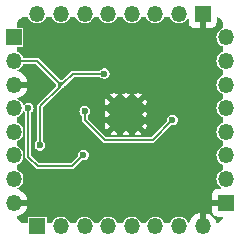
<source format=gbr>
%TF.GenerationSoftware,KiCad,Pcbnew,8.0.3-8.0.3-0~ubuntu23.10.1*%
%TF.CreationDate,2024-09-30T16:30:17-04:00*%
%TF.ProjectId,nPM1300-Stamp,6e504d31-3330-4302-9d53-74616d702e6b,rev?*%
%TF.SameCoordinates,Original*%
%TF.FileFunction,Copper,L4,Bot*%
%TF.FilePolarity,Positive*%
%FSLAX46Y46*%
G04 Gerber Fmt 4.6, Leading zero omitted, Abs format (unit mm)*
G04 Created by KiCad (PCBNEW 8.0.3-8.0.3-0~ubuntu23.10.1) date 2024-09-30 16:30:17*
%MOMM*%
%LPD*%
G01*
G04 APERTURE LIST*
%TA.AperFunction,ComponentPad*%
%ADD10R,1.350000X1.350000*%
%TD*%
%TA.AperFunction,ComponentPad*%
%ADD11O,1.350000X1.350000*%
%TD*%
%TA.AperFunction,HeatsinkPad*%
%ADD12C,0.500000*%
%TD*%
%TA.AperFunction,HeatsinkPad*%
%ADD13R,2.500000X2.500000*%
%TD*%
%TA.AperFunction,ViaPad*%
%ADD14C,0.600000*%
%TD*%
%TA.AperFunction,Conductor*%
%ADD15C,0.200000*%
%TD*%
G04 APERTURE END LIST*
D10*
%TO.P,J4,1,Pin_1*%
%TO.N,GND*%
X157000000Y-91000000D03*
D11*
%TO.P,J4,2,Pin_2*%
%TO.N,/LED0*%
X155000000Y-91000000D03*
%TO.P,J4,3,Pin_3*%
%TO.N,/LED1*%
X153000000Y-91000000D03*
%TO.P,J4,4,Pin_4*%
%TO.N,/LED2*%
X151000000Y-91000000D03*
%TO.P,J4,5,Pin_5*%
%TO.N,/LS1_IN*%
X149000000Y-91000000D03*
%TO.P,J4,6,Pin_6*%
%TO.N,/LS1_OUT*%
X147000000Y-91000000D03*
%TO.P,J4,7,Pin_7*%
%TO.N,/LS2_IN*%
X145000000Y-91000000D03*
%TO.P,J4,8,Pin_8*%
%TO.N,/LS2_OUT*%
X143000000Y-91000000D03*
%TD*%
D12*
%TO.P,U1,33,AVSS*%
%TO.N,GND*%
X149500000Y-98500000D03*
X149500000Y-99500000D03*
X149500000Y-100500000D03*
X150500000Y-98500000D03*
X150500000Y-99500000D03*
D13*
X150500000Y-99500000D03*
D12*
X150500000Y-100500000D03*
X151500000Y-98500000D03*
X151500000Y-99500000D03*
X151500000Y-100500000D03*
%TD*%
D10*
%TO.P,J3,1,Pin_1*%
%TO.N,GND*%
X159000000Y-107000000D03*
D11*
%TO.P,J3,2,Pin_2*%
%TO.N,/NTC*%
X159000000Y-105000000D03*
%TO.P,J3,3,Pin_3*%
%TO.N,/VBAT*%
X159000000Y-103000000D03*
%TO.P,J3,4,Pin_4*%
%TO.N,/VSYS*%
X159000000Y-101000000D03*
%TO.P,J3,5,Pin_5*%
%TO.N,/VBUS_IN*%
X159000000Y-99000000D03*
%TO.P,J3,6,Pin_6*%
%TO.N,/VBUS_OUT*%
X159000000Y-97000000D03*
%TO.P,J3,7,Pin_7*%
%TO.N,/CC1*%
X159000000Y-95000000D03*
%TO.P,J3,8,Pin_8*%
%TO.N,/CC2*%
X159000000Y-93000000D03*
%TD*%
D10*
%TO.P,J1,1,Pin_1*%
%TO.N,/VOUT1*%
X141000000Y-93000000D03*
D11*
%TO.P,J1,2,Pin_2*%
%TO.N,/VOUT2*%
X141000000Y-95000000D03*
%TO.P,J1,3,Pin_3*%
%TO.N,GND*%
X141000000Y-97000000D03*
%TO.P,J1,4,Pin_4*%
%TO.N,/GPIO0*%
X141000000Y-99000000D03*
%TO.P,J1,5,Pin_5*%
%TO.N,/GPIO1*%
X141000000Y-101000000D03*
%TO.P,J1,6,Pin_6*%
%TO.N,/GPIO2*%
X141000000Y-103000000D03*
%TO.P,J1,7,Pin_7*%
%TO.N,/GPIO3*%
X141000000Y-105000000D03*
%TO.P,J1,8,Pin_8*%
%TO.N,GND*%
X141000000Y-107000000D03*
%TD*%
D10*
%TO.P,J2,1,Pin_1*%
%TO.N,/GPIO4*%
X143000000Y-109000000D03*
D11*
%TO.P,J2,2,Pin_2*%
%TO.N,/VDDIO*%
X145000000Y-109000000D03*
%TO.P,J2,3,Pin_3*%
%TO.N,/SDA_NPM1300*%
X147000000Y-109000000D03*
%TO.P,J2,4,Pin_4*%
%TO.N,/SCL_NPM1300*%
X149000000Y-109000000D03*
%TO.P,J2,5,Pin_5*%
%TO.N,/SHPLD*%
X151000000Y-109000000D03*
%TO.P,J2,6,Pin_6*%
%TO.N,/VSET2*%
X153000000Y-109000000D03*
%TO.P,J2,7,Pin_7*%
%TO.N,/VSET1*%
X155000000Y-109000000D03*
%TO.P,J2,8,Pin_8*%
%TO.N,GND*%
X157000000Y-109000000D03*
%TD*%
D14*
%TO.N,GND*%
X157000000Y-104250000D03*
X146000000Y-108000000D03*
X148000000Y-108000000D03*
X157690000Y-98930000D03*
X157000000Y-107000000D03*
X157000000Y-106000000D03*
X146000000Y-92000000D03*
X144000000Y-106000000D03*
X143000000Y-106000000D03*
X156000000Y-106000000D03*
X142500000Y-96000000D03*
X156000000Y-104250000D03*
X152000000Y-108000000D03*
X157000000Y-94000000D03*
X154750000Y-103750000D03*
X157690000Y-102380000D03*
X154000000Y-92500000D03*
X150000000Y-92500000D03*
X142500000Y-94000000D03*
X144000000Y-92000000D03*
X157690000Y-100500000D03*
X157690000Y-96810000D03*
X153000000Y-96500000D03*
X156000000Y-107000000D03*
X154000000Y-107000000D03*
X152000000Y-92500000D03*
X155000000Y-95750000D03*
X147250000Y-97330000D03*
X150250000Y-104970000D03*
X148500000Y-92500000D03*
X145990000Y-102630000D03*
X150000000Y-108000000D03*
%TO.N,/VSYS*%
X154440000Y-99990000D03*
X147020000Y-99250000D03*
%TO.N,/VOUT2*%
X148670000Y-96070000D03*
X143225000Y-102150000D03*
%TO.N,/GPIO0*%
X142230000Y-99000000D03*
X146910000Y-102950000D03*
%TD*%
D15*
%TO.N,/VSYS*%
X152760000Y-101670000D02*
X154440000Y-99990000D01*
X148690000Y-101670000D02*
X152760000Y-101670000D01*
X147020000Y-99250000D02*
X147020000Y-100000000D01*
X147020000Y-100000000D02*
X148690000Y-101670000D01*
%TO.N,/VOUT2*%
X143225000Y-98855000D02*
X144810000Y-97270000D01*
X144810000Y-96840000D02*
X144870000Y-96900000D01*
X144810000Y-96840000D02*
X145020000Y-97050000D01*
X141000000Y-95000000D02*
X142970000Y-95000000D01*
X145020000Y-97060000D02*
X145020000Y-97050000D01*
X144810000Y-97260000D02*
X145170000Y-96900000D01*
X144810000Y-96840000D02*
X144810000Y-97270000D01*
X144810000Y-97270000D02*
X144810000Y-97260000D01*
X142970000Y-95000000D02*
X144810000Y-96840000D01*
X144810000Y-97270000D02*
X145020000Y-97060000D01*
X145170000Y-96900000D02*
X146000000Y-96070000D01*
X143225000Y-102150000D02*
X143225000Y-98855000D01*
X146000000Y-96070000D02*
X148670000Y-96070000D01*
X144870000Y-96900000D02*
X145170000Y-96900000D01*
%TO.N,/GPIO0*%
X145950000Y-103910000D02*
X146910000Y-102950000D01*
X142230000Y-99000000D02*
X142230000Y-103090000D01*
X143050000Y-103910000D02*
X145950000Y-103910000D01*
X142230000Y-103090000D02*
X143050000Y-103910000D01*
%TD*%
%TA.AperFunction,Conductor*%
%TO.N,GND*%
G36*
X142211972Y-91272174D02*
G01*
X142230024Y-91301633D01*
X142241712Y-91337608D01*
X142328475Y-91487885D01*
X142328478Y-91487890D01*
X142444592Y-91616847D01*
X142584969Y-91718838D01*
X142584976Y-91718842D01*
X142743501Y-91789422D01*
X142913236Y-91825500D01*
X142913237Y-91825500D01*
X143086763Y-91825500D01*
X143086764Y-91825500D01*
X143256499Y-91789422D01*
X143415024Y-91718842D01*
X143422819Y-91713179D01*
X143555407Y-91616847D01*
X143555406Y-91616847D01*
X143555410Y-91616845D01*
X143671522Y-91487889D01*
X143758286Y-91337611D01*
X143766936Y-91310988D01*
X143769976Y-91301633D01*
X143806758Y-91258566D01*
X143840354Y-91250500D01*
X144159646Y-91250500D01*
X144211972Y-91272174D01*
X144230024Y-91301633D01*
X144241712Y-91337608D01*
X144328475Y-91487885D01*
X144328478Y-91487890D01*
X144444592Y-91616847D01*
X144584969Y-91718838D01*
X144584976Y-91718842D01*
X144743501Y-91789422D01*
X144913236Y-91825500D01*
X144913237Y-91825500D01*
X145086763Y-91825500D01*
X145086764Y-91825500D01*
X145256499Y-91789422D01*
X145415024Y-91718842D01*
X145422819Y-91713179D01*
X145555407Y-91616847D01*
X145555406Y-91616847D01*
X145555410Y-91616845D01*
X145671522Y-91487889D01*
X145758286Y-91337611D01*
X145766936Y-91310988D01*
X145769976Y-91301633D01*
X145806758Y-91258566D01*
X145840354Y-91250500D01*
X146159646Y-91250500D01*
X146211972Y-91272174D01*
X146230024Y-91301633D01*
X146241712Y-91337608D01*
X146328475Y-91487885D01*
X146328478Y-91487890D01*
X146444592Y-91616847D01*
X146584969Y-91718838D01*
X146584976Y-91718842D01*
X146743501Y-91789422D01*
X146913236Y-91825500D01*
X146913237Y-91825500D01*
X147086763Y-91825500D01*
X147086764Y-91825500D01*
X147256499Y-91789422D01*
X147415024Y-91718842D01*
X147422819Y-91713179D01*
X147555407Y-91616847D01*
X147555406Y-91616847D01*
X147555410Y-91616845D01*
X147671522Y-91487889D01*
X147758286Y-91337611D01*
X147766936Y-91310988D01*
X147769976Y-91301633D01*
X147806758Y-91258566D01*
X147840354Y-91250500D01*
X148159646Y-91250500D01*
X148211972Y-91272174D01*
X148230024Y-91301633D01*
X148241712Y-91337608D01*
X148328475Y-91487885D01*
X148328478Y-91487890D01*
X148444592Y-91616847D01*
X148584969Y-91718838D01*
X148584976Y-91718842D01*
X148743501Y-91789422D01*
X148913236Y-91825500D01*
X148913237Y-91825500D01*
X149086763Y-91825500D01*
X149086764Y-91825500D01*
X149256499Y-91789422D01*
X149415024Y-91718842D01*
X149422819Y-91713179D01*
X149555407Y-91616847D01*
X149555406Y-91616847D01*
X149555410Y-91616845D01*
X149671522Y-91487889D01*
X149758286Y-91337611D01*
X149766936Y-91310988D01*
X149769976Y-91301633D01*
X149806758Y-91258566D01*
X149840354Y-91250500D01*
X150159646Y-91250500D01*
X150211972Y-91272174D01*
X150230024Y-91301633D01*
X150241712Y-91337608D01*
X150328475Y-91487885D01*
X150328478Y-91487890D01*
X150444592Y-91616847D01*
X150584969Y-91718838D01*
X150584976Y-91718842D01*
X150743501Y-91789422D01*
X150913236Y-91825500D01*
X150913237Y-91825500D01*
X151086763Y-91825500D01*
X151086764Y-91825500D01*
X151256499Y-91789422D01*
X151415024Y-91718842D01*
X151422819Y-91713179D01*
X151555407Y-91616847D01*
X151555406Y-91616847D01*
X151555410Y-91616845D01*
X151671522Y-91487889D01*
X151758286Y-91337611D01*
X151766936Y-91310988D01*
X151769976Y-91301633D01*
X151806758Y-91258566D01*
X151840354Y-91250500D01*
X152159646Y-91250500D01*
X152211972Y-91272174D01*
X152230024Y-91301633D01*
X152241712Y-91337608D01*
X152328475Y-91487885D01*
X152328478Y-91487890D01*
X152444592Y-91616847D01*
X152584969Y-91718838D01*
X152584976Y-91718842D01*
X152743501Y-91789422D01*
X152913236Y-91825500D01*
X152913237Y-91825500D01*
X153086763Y-91825500D01*
X153086764Y-91825500D01*
X153256499Y-91789422D01*
X153415024Y-91718842D01*
X153422819Y-91713179D01*
X153555407Y-91616847D01*
X153555406Y-91616847D01*
X153555410Y-91616845D01*
X153671522Y-91487889D01*
X153758286Y-91337611D01*
X153766936Y-91310988D01*
X153769976Y-91301633D01*
X153806758Y-91258566D01*
X153840354Y-91250500D01*
X154159646Y-91250500D01*
X154211972Y-91272174D01*
X154230024Y-91301633D01*
X154241712Y-91337608D01*
X154328475Y-91487885D01*
X154328478Y-91487890D01*
X154444592Y-91616847D01*
X154584969Y-91718838D01*
X154584976Y-91718842D01*
X154743501Y-91789422D01*
X154913236Y-91825500D01*
X154913237Y-91825500D01*
X155086763Y-91825500D01*
X155086764Y-91825500D01*
X155256499Y-91789422D01*
X155415024Y-91718842D01*
X155422819Y-91713179D01*
X155555407Y-91616847D01*
X155555406Y-91616847D01*
X155555410Y-91616845D01*
X155671522Y-91487889D01*
X155686914Y-91461230D01*
X155731847Y-91426751D01*
X155787999Y-91434143D01*
X155822478Y-91479076D01*
X155825000Y-91498229D01*
X155825000Y-91722828D01*
X155831402Y-91782375D01*
X155831403Y-91782380D01*
X155881645Y-91917087D01*
X155881646Y-91917088D01*
X155967811Y-92032188D01*
X156082911Y-92118353D01*
X156082912Y-92118354D01*
X156217619Y-92168596D01*
X156217624Y-92168597D01*
X156277171Y-92175000D01*
X156750000Y-92175000D01*
X156750000Y-91324500D01*
X156752581Y-91318267D01*
X156754394Y-91320080D01*
X156845606Y-91372741D01*
X156947339Y-91400000D01*
X157052661Y-91400000D01*
X157154394Y-91372741D01*
X157245606Y-91320080D01*
X157247418Y-91318267D01*
X157250000Y-91324500D01*
X157250000Y-92175000D01*
X157722829Y-92175000D01*
X157782375Y-92168597D01*
X157782380Y-92168596D01*
X157917087Y-92118354D01*
X157917088Y-92118353D01*
X158032188Y-92032188D01*
X158118353Y-91917088D01*
X158118354Y-91917087D01*
X158168596Y-91782380D01*
X158168597Y-91782375D01*
X158175000Y-91722828D01*
X158175000Y-91373409D01*
X158196674Y-91321083D01*
X158249000Y-91299409D01*
X158270480Y-91302595D01*
X158279846Y-91305436D01*
X158293249Y-91310988D01*
X158409972Y-91373378D01*
X158422029Y-91381434D01*
X158444653Y-91400000D01*
X158524342Y-91465399D01*
X158534600Y-91475657D01*
X158618562Y-91577965D01*
X158626621Y-91590027D01*
X158689011Y-91706750D01*
X158694563Y-91720152D01*
X158732983Y-91846805D01*
X158735813Y-91861033D01*
X158749144Y-91996385D01*
X158749500Y-92003638D01*
X158749500Y-92159850D01*
X158727826Y-92212176D01*
X158705599Y-92227452D01*
X158584978Y-92281156D01*
X158584973Y-92281159D01*
X158444592Y-92383152D01*
X158328478Y-92512109D01*
X158328475Y-92512114D01*
X158241716Y-92662384D01*
X158241711Y-92662394D01*
X158188093Y-92827418D01*
X158169953Y-93000000D01*
X158188093Y-93172581D01*
X158241711Y-93337605D01*
X158241716Y-93337615D01*
X158328475Y-93487885D01*
X158328478Y-93487890D01*
X158444592Y-93616847D01*
X158584969Y-93718838D01*
X158584971Y-93718838D01*
X158584976Y-93718842D01*
X158705600Y-93772547D01*
X158744585Y-93813628D01*
X158749500Y-93840148D01*
X158749500Y-94159850D01*
X158727826Y-94212176D01*
X158705599Y-94227452D01*
X158584978Y-94281156D01*
X158584973Y-94281159D01*
X158444592Y-94383152D01*
X158328478Y-94512109D01*
X158328475Y-94512114D01*
X158241716Y-94662384D01*
X158241711Y-94662394D01*
X158188093Y-94827418D01*
X158169953Y-95000000D01*
X158188093Y-95172581D01*
X158241711Y-95337605D01*
X158241716Y-95337615D01*
X158328475Y-95487885D01*
X158328478Y-95487890D01*
X158444592Y-95616847D01*
X158584969Y-95718838D01*
X158584971Y-95718838D01*
X158584976Y-95718842D01*
X158705600Y-95772547D01*
X158744585Y-95813628D01*
X158749500Y-95840148D01*
X158749500Y-96159850D01*
X158727826Y-96212176D01*
X158705599Y-96227452D01*
X158584978Y-96281156D01*
X158584973Y-96281159D01*
X158444592Y-96383152D01*
X158328478Y-96512109D01*
X158328475Y-96512114D01*
X158241716Y-96662384D01*
X158241711Y-96662394D01*
X158188093Y-96827418D01*
X158188092Y-96827422D01*
X158188092Y-96827424D01*
X158169953Y-97000000D01*
X158184204Y-97135587D01*
X158188093Y-97172581D01*
X158241711Y-97337605D01*
X158241716Y-97337615D01*
X158328475Y-97487885D01*
X158328478Y-97487890D01*
X158444592Y-97616847D01*
X158584969Y-97718838D01*
X158584971Y-97718838D01*
X158584976Y-97718842D01*
X158705600Y-97772547D01*
X158744585Y-97813628D01*
X158749500Y-97840148D01*
X158749500Y-98159850D01*
X158727826Y-98212176D01*
X158705599Y-98227452D01*
X158584978Y-98281156D01*
X158584973Y-98281159D01*
X158444592Y-98383152D01*
X158328478Y-98512109D01*
X158328475Y-98512114D01*
X158241716Y-98662384D01*
X158241711Y-98662394D01*
X158188093Y-98827418D01*
X158188092Y-98827422D01*
X158188092Y-98827424D01*
X158169953Y-99000000D01*
X158187783Y-99169640D01*
X158188093Y-99172581D01*
X158241711Y-99337605D01*
X158241716Y-99337615D01*
X158328475Y-99487885D01*
X158328478Y-99487890D01*
X158444592Y-99616847D01*
X158584969Y-99718838D01*
X158584971Y-99718838D01*
X158584976Y-99718842D01*
X158705600Y-99772547D01*
X158744585Y-99813628D01*
X158749500Y-99840148D01*
X158749500Y-100159850D01*
X158727826Y-100212176D01*
X158705599Y-100227452D01*
X158584978Y-100281156D01*
X158584973Y-100281159D01*
X158444592Y-100383152D01*
X158328478Y-100512109D01*
X158328475Y-100512114D01*
X158241716Y-100662384D01*
X158241711Y-100662394D01*
X158188093Y-100827418D01*
X158169953Y-101000000D01*
X158188093Y-101172581D01*
X158241711Y-101337605D01*
X158241716Y-101337615D01*
X158328475Y-101487885D01*
X158328478Y-101487890D01*
X158444592Y-101616847D01*
X158584969Y-101718838D01*
X158584971Y-101718838D01*
X158584976Y-101718842D01*
X158705600Y-101772547D01*
X158744585Y-101813628D01*
X158749500Y-101840148D01*
X158749500Y-102159850D01*
X158727826Y-102212176D01*
X158705599Y-102227452D01*
X158584978Y-102281156D01*
X158584973Y-102281159D01*
X158444592Y-102383152D01*
X158328478Y-102512109D01*
X158328475Y-102512114D01*
X158241716Y-102662384D01*
X158241711Y-102662394D01*
X158188093Y-102827418D01*
X158188092Y-102827422D01*
X158188092Y-102827424D01*
X158169953Y-103000000D01*
X158175881Y-103056404D01*
X158188093Y-103172581D01*
X158241711Y-103337605D01*
X158241716Y-103337615D01*
X158328475Y-103487885D01*
X158328478Y-103487890D01*
X158444592Y-103616847D01*
X158584969Y-103718838D01*
X158584971Y-103718838D01*
X158584976Y-103718842D01*
X158705600Y-103772547D01*
X158744585Y-103813628D01*
X158749500Y-103840148D01*
X158749500Y-104159850D01*
X158727826Y-104212176D01*
X158705599Y-104227452D01*
X158584978Y-104281156D01*
X158584973Y-104281159D01*
X158444592Y-104383152D01*
X158328478Y-104512109D01*
X158328475Y-104512114D01*
X158241716Y-104662384D01*
X158241711Y-104662394D01*
X158188093Y-104827418D01*
X158169953Y-105000000D01*
X158188093Y-105172581D01*
X158241711Y-105337605D01*
X158241716Y-105337615D01*
X158328475Y-105487885D01*
X158328478Y-105487890D01*
X158444592Y-105616847D01*
X158546837Y-105691133D01*
X158576430Y-105739424D01*
X158563208Y-105794496D01*
X158514917Y-105824089D01*
X158503341Y-105825000D01*
X158277171Y-105825000D01*
X158217624Y-105831402D01*
X158217619Y-105831403D01*
X158082912Y-105881645D01*
X158082911Y-105881646D01*
X157967811Y-105967811D01*
X157881646Y-106082911D01*
X157881645Y-106082912D01*
X157831403Y-106217619D01*
X157831402Y-106217624D01*
X157825000Y-106277171D01*
X157825000Y-106750000D01*
X158675500Y-106750000D01*
X158681732Y-106752581D01*
X158679920Y-106754394D01*
X158627259Y-106845606D01*
X158600000Y-106947339D01*
X158600000Y-107052661D01*
X158627259Y-107154394D01*
X158679920Y-107245606D01*
X158681732Y-107247418D01*
X158675500Y-107250000D01*
X157825000Y-107250000D01*
X157825000Y-107722828D01*
X157831402Y-107782375D01*
X157831403Y-107782380D01*
X157881645Y-107917087D01*
X157881646Y-107917088D01*
X157967811Y-108032188D01*
X158082911Y-108118353D01*
X158082912Y-108118354D01*
X158217619Y-108168596D01*
X158217624Y-108168597D01*
X158277171Y-108175000D01*
X158626591Y-108175000D01*
X158678917Y-108196674D01*
X158700591Y-108249000D01*
X158697403Y-108270487D01*
X158694561Y-108279853D01*
X158689011Y-108293249D01*
X158626621Y-108409972D01*
X158618562Y-108422034D01*
X158534600Y-108524342D01*
X158524342Y-108534600D01*
X158422034Y-108618562D01*
X158409972Y-108626621D01*
X158293249Y-108689011D01*
X158279846Y-108694563D01*
X158218310Y-108713229D01*
X158161946Y-108707677D01*
X158126016Y-108663895D01*
X158125655Y-108662665D01*
X158100351Y-108573730D01*
X158100348Y-108573723D01*
X158003284Y-108378790D01*
X158003282Y-108378787D01*
X157872057Y-108205016D01*
X157872056Y-108205015D01*
X157711129Y-108058313D01*
X157525990Y-107943680D01*
X157525980Y-107943675D01*
X157322934Y-107865013D01*
X157250000Y-107851379D01*
X157250000Y-108675500D01*
X157247418Y-108681732D01*
X157245606Y-108679920D01*
X157154394Y-108627259D01*
X157052661Y-108600000D01*
X156947339Y-108600000D01*
X156845606Y-108627259D01*
X156754394Y-108679920D01*
X156752581Y-108681732D01*
X156750000Y-108675500D01*
X156750000Y-107851379D01*
X156749999Y-107851379D01*
X156677065Y-107865013D01*
X156474019Y-107943675D01*
X156474009Y-107943680D01*
X156288870Y-108058313D01*
X156288869Y-108058313D01*
X156127943Y-108205015D01*
X156127942Y-108205016D01*
X155996717Y-108378787D01*
X155996715Y-108378790D01*
X155899651Y-108573723D01*
X155899650Y-108573725D01*
X155883928Y-108628981D01*
X155848761Y-108673377D01*
X155792501Y-108679904D01*
X155748667Y-108645729D01*
X155738997Y-108628981D01*
X155671522Y-108512111D01*
X155671521Y-108512109D01*
X155555407Y-108383152D01*
X155415030Y-108281161D01*
X155415023Y-108281157D01*
X155256500Y-108210578D01*
X155256498Y-108210577D01*
X155122841Y-108182168D01*
X155086764Y-108174500D01*
X154913236Y-108174500D01*
X154883483Y-108180824D01*
X154743501Y-108210577D01*
X154743499Y-108210578D01*
X154584978Y-108281156D01*
X154584973Y-108281159D01*
X154444592Y-108383152D01*
X154328478Y-108512109D01*
X154328475Y-108512114D01*
X154241712Y-108662391D01*
X154230024Y-108698367D01*
X154193242Y-108741434D01*
X154159646Y-108749500D01*
X153840354Y-108749500D01*
X153788028Y-108727826D01*
X153769976Y-108698367D01*
X153758287Y-108662391D01*
X153671524Y-108512114D01*
X153671521Y-108512109D01*
X153555407Y-108383152D01*
X153415030Y-108281161D01*
X153415023Y-108281157D01*
X153256500Y-108210578D01*
X153256498Y-108210577D01*
X153122841Y-108182168D01*
X153086764Y-108174500D01*
X152913236Y-108174500D01*
X152883483Y-108180824D01*
X152743501Y-108210577D01*
X152743499Y-108210578D01*
X152584978Y-108281156D01*
X152584973Y-108281159D01*
X152444592Y-108383152D01*
X152328478Y-108512109D01*
X152328475Y-108512114D01*
X152241712Y-108662391D01*
X152230024Y-108698367D01*
X152193242Y-108741434D01*
X152159646Y-108749500D01*
X151840354Y-108749500D01*
X151788028Y-108727826D01*
X151769976Y-108698367D01*
X151758287Y-108662391D01*
X151671524Y-108512114D01*
X151671521Y-108512109D01*
X151555407Y-108383152D01*
X151415030Y-108281161D01*
X151415023Y-108281157D01*
X151256500Y-108210578D01*
X151256498Y-108210577D01*
X151122841Y-108182168D01*
X151086764Y-108174500D01*
X150913236Y-108174500D01*
X150883483Y-108180824D01*
X150743501Y-108210577D01*
X150743499Y-108210578D01*
X150584978Y-108281156D01*
X150584973Y-108281159D01*
X150444592Y-108383152D01*
X150328478Y-108512109D01*
X150328475Y-108512114D01*
X150241712Y-108662391D01*
X150230024Y-108698367D01*
X150193242Y-108741434D01*
X150159646Y-108749500D01*
X149840354Y-108749500D01*
X149788028Y-108727826D01*
X149769976Y-108698367D01*
X149758287Y-108662391D01*
X149671524Y-108512114D01*
X149671521Y-108512109D01*
X149555407Y-108383152D01*
X149415030Y-108281161D01*
X149415023Y-108281157D01*
X149256500Y-108210578D01*
X149256498Y-108210577D01*
X149122841Y-108182168D01*
X149086764Y-108174500D01*
X148913236Y-108174500D01*
X148883483Y-108180824D01*
X148743501Y-108210577D01*
X148743499Y-108210578D01*
X148584978Y-108281156D01*
X148584973Y-108281159D01*
X148444592Y-108383152D01*
X148328478Y-108512109D01*
X148328475Y-108512114D01*
X148241712Y-108662391D01*
X148230024Y-108698367D01*
X148193242Y-108741434D01*
X148159646Y-108749500D01*
X147840354Y-108749500D01*
X147788028Y-108727826D01*
X147769976Y-108698367D01*
X147758287Y-108662391D01*
X147671524Y-108512114D01*
X147671521Y-108512109D01*
X147555407Y-108383152D01*
X147415030Y-108281161D01*
X147415023Y-108281157D01*
X147256500Y-108210578D01*
X147256498Y-108210577D01*
X147122841Y-108182168D01*
X147086764Y-108174500D01*
X146913236Y-108174500D01*
X146883483Y-108180824D01*
X146743501Y-108210577D01*
X146743499Y-108210578D01*
X146584978Y-108281156D01*
X146584973Y-108281159D01*
X146444592Y-108383152D01*
X146328478Y-108512109D01*
X146328475Y-108512114D01*
X146241712Y-108662391D01*
X146230024Y-108698367D01*
X146193242Y-108741434D01*
X146159646Y-108749500D01*
X145840354Y-108749500D01*
X145788028Y-108727826D01*
X145769976Y-108698367D01*
X145758287Y-108662391D01*
X145671524Y-108512114D01*
X145671521Y-108512109D01*
X145555407Y-108383152D01*
X145415030Y-108281161D01*
X145415023Y-108281157D01*
X145256500Y-108210578D01*
X145256498Y-108210577D01*
X145122841Y-108182168D01*
X145086764Y-108174500D01*
X144913236Y-108174500D01*
X144883483Y-108180824D01*
X144743501Y-108210577D01*
X144743499Y-108210578D01*
X144584978Y-108281156D01*
X144584973Y-108281159D01*
X144444592Y-108383152D01*
X144328478Y-108512109D01*
X144328475Y-108512114D01*
X144241712Y-108662391D01*
X144230024Y-108698367D01*
X144193242Y-108741434D01*
X144159646Y-108749500D01*
X143899500Y-108749500D01*
X143847174Y-108727826D01*
X143825500Y-108675500D01*
X143825500Y-108310180D01*
X143820853Y-108286821D01*
X143816767Y-108266278D01*
X143783504Y-108216496D01*
X143766321Y-108205015D01*
X143733722Y-108183233D01*
X143689820Y-108174500D01*
X142310180Y-108174500D01*
X142288229Y-108178866D01*
X142266277Y-108183233D01*
X142216496Y-108216495D01*
X142216495Y-108216496D01*
X142183233Y-108266277D01*
X142174500Y-108310180D01*
X142174500Y-108675500D01*
X142152826Y-108727826D01*
X142100500Y-108749500D01*
X142003638Y-108749500D01*
X141996385Y-108749144D01*
X141861033Y-108735813D01*
X141846805Y-108732983D01*
X141720152Y-108694563D01*
X141706750Y-108689011D01*
X141590027Y-108626621D01*
X141577968Y-108618564D01*
X141523331Y-108573725D01*
X141475657Y-108534600D01*
X141465399Y-108524342D01*
X141429029Y-108480025D01*
X141381434Y-108422029D01*
X141373378Y-108409972D01*
X141310988Y-108293249D01*
X141305436Y-108279847D01*
X141287880Y-108221972D01*
X141293432Y-108165607D01*
X141331962Y-108131488D01*
X141525980Y-108056324D01*
X141525990Y-108056319D01*
X141711129Y-107941686D01*
X141711130Y-107941686D01*
X141872056Y-107794984D01*
X141872057Y-107794983D01*
X142003282Y-107621212D01*
X142003284Y-107621209D01*
X142100348Y-107426276D01*
X142100350Y-107426271D01*
X142150505Y-107250000D01*
X141324500Y-107250000D01*
X141318267Y-107247418D01*
X141320080Y-107245606D01*
X141372741Y-107154394D01*
X141400000Y-107052661D01*
X141400000Y-106947339D01*
X141372741Y-106845606D01*
X141320080Y-106754394D01*
X141318267Y-106752581D01*
X141324500Y-106750000D01*
X142150505Y-106750000D01*
X142100350Y-106573728D01*
X142100348Y-106573723D01*
X142003284Y-106378790D01*
X142003282Y-106378787D01*
X141872057Y-106205016D01*
X141872056Y-106205015D01*
X141711129Y-106058313D01*
X141525990Y-105943680D01*
X141525980Y-105943675D01*
X141362487Y-105880336D01*
X141321524Y-105841223D01*
X141320216Y-105784601D01*
X141359118Y-105743732D01*
X141415024Y-105718842D01*
X141555410Y-105616845D01*
X141671522Y-105487889D01*
X141758286Y-105337611D01*
X141811908Y-105172576D01*
X141830047Y-105000000D01*
X141811908Y-104827424D01*
X141758286Y-104662389D01*
X141671522Y-104512111D01*
X141671521Y-104512109D01*
X141555407Y-104383152D01*
X141415030Y-104281161D01*
X141415022Y-104281157D01*
X141294401Y-104227452D01*
X141255415Y-104186369D01*
X141250500Y-104159850D01*
X141250500Y-103840148D01*
X141272174Y-103787822D01*
X141294395Y-103772549D01*
X141415024Y-103718842D01*
X141555410Y-103616845D01*
X141671522Y-103487889D01*
X141758286Y-103337611D01*
X141811908Y-103172576D01*
X141830047Y-103000000D01*
X141811908Y-102827424D01*
X141805546Y-102807844D01*
X141758288Y-102662394D01*
X141758283Y-102662384D01*
X141671524Y-102512114D01*
X141671521Y-102512109D01*
X141555407Y-102383152D01*
X141415030Y-102281161D01*
X141415022Y-102281157D01*
X141294401Y-102227452D01*
X141255415Y-102186369D01*
X141250500Y-102159850D01*
X141250500Y-101840148D01*
X141272174Y-101787822D01*
X141294395Y-101772549D01*
X141415024Y-101718842D01*
X141555410Y-101616845D01*
X141671522Y-101487889D01*
X141758286Y-101337611D01*
X141811908Y-101172576D01*
X141830047Y-101000000D01*
X141811908Y-100827424D01*
X141805546Y-100807844D01*
X141758288Y-100662394D01*
X141758283Y-100662384D01*
X141671524Y-100512114D01*
X141671521Y-100512109D01*
X141555407Y-100383152D01*
X141415030Y-100281161D01*
X141415022Y-100281157D01*
X141294401Y-100227452D01*
X141255415Y-100186369D01*
X141250500Y-100159850D01*
X141250500Y-99840148D01*
X141272174Y-99787822D01*
X141294395Y-99772549D01*
X141415024Y-99718842D01*
X141555410Y-99616845D01*
X141671522Y-99487889D01*
X141758286Y-99337611D01*
X141763651Y-99321095D01*
X141800432Y-99278028D01*
X141856894Y-99273582D01*
X141889955Y-99295500D01*
X141931951Y-99343967D01*
X141945505Y-99352677D01*
X141977808Y-99399198D01*
X141979500Y-99414931D01*
X141979500Y-103139829D01*
X142017634Y-103231894D01*
X142017635Y-103231896D01*
X142017636Y-103231897D01*
X142908103Y-104122364D01*
X143000172Y-104160500D01*
X143000173Y-104160500D01*
X145999827Y-104160500D01*
X145999828Y-104160500D01*
X146091897Y-104122364D01*
X146792086Y-103422173D01*
X146844412Y-103400500D01*
X146974772Y-103400500D01*
X147099069Y-103364004D01*
X147208049Y-103293967D01*
X147292882Y-103196063D01*
X147346697Y-103078226D01*
X147365133Y-102950000D01*
X147346697Y-102821774D01*
X147292882Y-102703937D01*
X147208049Y-102606033D01*
X147141032Y-102562964D01*
X147099068Y-102535995D01*
X146974772Y-102499500D01*
X146845228Y-102499500D01*
X146720931Y-102535995D01*
X146611954Y-102606031D01*
X146611950Y-102606034D01*
X146527119Y-102703935D01*
X146473302Y-102821776D01*
X146454867Y-102950000D01*
X146462275Y-103001526D01*
X146448268Y-103056404D01*
X146441354Y-103064383D01*
X145867913Y-103637826D01*
X145815587Y-103659500D01*
X143184413Y-103659500D01*
X143132087Y-103637826D01*
X142502174Y-103007913D01*
X142480500Y-102955587D01*
X142480500Y-99414931D01*
X142502174Y-99362605D01*
X142514492Y-99352678D01*
X142528049Y-99343967D01*
X142612882Y-99246063D01*
X142666697Y-99128226D01*
X142685133Y-99000000D01*
X142666697Y-98871774D01*
X142612882Y-98753937D01*
X142528049Y-98656033D01*
X142440860Y-98600000D01*
X142419068Y-98585995D01*
X142294772Y-98549500D01*
X142165228Y-98549500D01*
X142040931Y-98585995D01*
X141931954Y-98656031D01*
X141931946Y-98656037D01*
X141889955Y-98704498D01*
X141839309Y-98729849D01*
X141785570Y-98711963D01*
X141763652Y-98678904D01*
X141758286Y-98662389D01*
X141671522Y-98512111D01*
X141671521Y-98512109D01*
X141555407Y-98383152D01*
X141415030Y-98281161D01*
X141415019Y-98281155D01*
X141359121Y-98256268D01*
X141320134Y-98215185D01*
X141321617Y-98158568D01*
X141362487Y-98119663D01*
X141525980Y-98056324D01*
X141525990Y-98056319D01*
X141711129Y-97941686D01*
X141711130Y-97941686D01*
X141872056Y-97794984D01*
X141872057Y-97794983D01*
X142003282Y-97621212D01*
X142003284Y-97621209D01*
X142100348Y-97426276D01*
X142100350Y-97426271D01*
X142150505Y-97250000D01*
X141324500Y-97250000D01*
X141318267Y-97247418D01*
X141320080Y-97245606D01*
X141372741Y-97154394D01*
X141400000Y-97052661D01*
X141400000Y-96947339D01*
X141372741Y-96845606D01*
X141320080Y-96754394D01*
X141318267Y-96752581D01*
X141324500Y-96750000D01*
X142150505Y-96750000D01*
X142100350Y-96573728D01*
X142100348Y-96573723D01*
X142003284Y-96378790D01*
X142003282Y-96378787D01*
X141872057Y-96205016D01*
X141872056Y-96205015D01*
X141711129Y-96058313D01*
X141525990Y-95943680D01*
X141525980Y-95943675D01*
X141362487Y-95880336D01*
X141321524Y-95841223D01*
X141320216Y-95784601D01*
X141359118Y-95743732D01*
X141415024Y-95718842D01*
X141555410Y-95616845D01*
X141671522Y-95487889D01*
X141758286Y-95337611D01*
X141769976Y-95301633D01*
X141806758Y-95258566D01*
X141840354Y-95250500D01*
X142835587Y-95250500D01*
X142887913Y-95272174D01*
X144537826Y-96922087D01*
X144559500Y-96974413D01*
X144559500Y-97135587D01*
X144537826Y-97187913D01*
X143012634Y-98713105D01*
X142974500Y-98805170D01*
X142974500Y-101735067D01*
X142952826Y-101787393D01*
X142940511Y-101797318D01*
X142926953Y-101806031D01*
X142926950Y-101806034D01*
X142842119Y-101903935D01*
X142788302Y-102021776D01*
X142769867Y-102150000D01*
X142788302Y-102278223D01*
X142788302Y-102278224D01*
X142788303Y-102278226D01*
X142842118Y-102396063D01*
X142926951Y-102493967D01*
X143035931Y-102564004D01*
X143160228Y-102600500D01*
X143289772Y-102600500D01*
X143414069Y-102564004D01*
X143523049Y-102493967D01*
X143607882Y-102396063D01*
X143661697Y-102278226D01*
X143680133Y-102150000D01*
X143661697Y-102021774D01*
X143607882Y-101903937D01*
X143523049Y-101806033D01*
X143523046Y-101806031D01*
X143509489Y-101797318D01*
X143477190Y-101750793D01*
X143475500Y-101735067D01*
X143475500Y-99250000D01*
X146564867Y-99250000D01*
X146583302Y-99378223D01*
X146583302Y-99378224D01*
X146583303Y-99378226D01*
X146637118Y-99496063D01*
X146721951Y-99593967D01*
X146735505Y-99602677D01*
X146767808Y-99649198D01*
X146769500Y-99664931D01*
X146769500Y-100049829D01*
X146807634Y-100141894D01*
X146807636Y-100141897D01*
X148473415Y-101807675D01*
X148473418Y-101807679D01*
X148477636Y-101811897D01*
X148548103Y-101882364D01*
X148586238Y-101898159D01*
X148586239Y-101898160D01*
X148640173Y-101920501D01*
X148748440Y-101920501D01*
X148748448Y-101920500D01*
X152809827Y-101920500D01*
X152809828Y-101920500D01*
X152901897Y-101882364D01*
X154322085Y-100462173D01*
X154374411Y-100440500D01*
X154504772Y-100440500D01*
X154629069Y-100404004D01*
X154738049Y-100333967D01*
X154822882Y-100236063D01*
X154876697Y-100118226D01*
X154895133Y-99990000D01*
X154876697Y-99861774D01*
X154822882Y-99743937D01*
X154738049Y-99646033D01*
X154657034Y-99593968D01*
X154629068Y-99575995D01*
X154504772Y-99539500D01*
X154375228Y-99539500D01*
X154250931Y-99575995D01*
X154141954Y-99646031D01*
X154141950Y-99646034D01*
X154057119Y-99743935D01*
X154003302Y-99861776D01*
X153984867Y-99990000D01*
X153992275Y-100041528D01*
X153978268Y-100096405D01*
X153971354Y-100104384D01*
X152677913Y-101397826D01*
X152625587Y-101419500D01*
X148824412Y-101419500D01*
X148772086Y-101397826D01*
X148554526Y-101180266D01*
X149173285Y-101180266D01*
X149173285Y-101180267D01*
X149332045Y-101235820D01*
X149332052Y-101235822D01*
X149500000Y-101254745D01*
X149667947Y-101235822D01*
X149667954Y-101235820D01*
X149826713Y-101180267D01*
X149826712Y-101180266D01*
X150173285Y-101180266D01*
X150173285Y-101180267D01*
X150332045Y-101235820D01*
X150332052Y-101235822D01*
X150500000Y-101254745D01*
X150667947Y-101235822D01*
X150667954Y-101235820D01*
X150826713Y-101180267D01*
X150826712Y-101180266D01*
X151173285Y-101180266D01*
X151173285Y-101180267D01*
X151332045Y-101235820D01*
X151332052Y-101235822D01*
X151500000Y-101254745D01*
X151667947Y-101235822D01*
X151667954Y-101235820D01*
X151826713Y-101180267D01*
X151500000Y-100853553D01*
X151173285Y-101180266D01*
X150826712Y-101180266D01*
X150500000Y-100853553D01*
X150173285Y-101180266D01*
X149826712Y-101180266D01*
X149500000Y-100853553D01*
X149173285Y-101180266D01*
X148554526Y-101180266D01*
X147874261Y-100500000D01*
X148745254Y-100500000D01*
X148764177Y-100667947D01*
X148764179Y-100667955D01*
X148819731Y-100826713D01*
X149146446Y-100499999D01*
X149126556Y-100480109D01*
X149400000Y-100480109D01*
X149400000Y-100519891D01*
X149415224Y-100556645D01*
X149443355Y-100584776D01*
X149480109Y-100600000D01*
X149519891Y-100600000D01*
X149556645Y-100584776D01*
X149584776Y-100556645D01*
X149600000Y-100519891D01*
X149600000Y-100500000D01*
X149853553Y-100500000D01*
X150000000Y-100646447D01*
X150146447Y-100500000D01*
X150126556Y-100480109D01*
X150400000Y-100480109D01*
X150400000Y-100519891D01*
X150415224Y-100556645D01*
X150443355Y-100584776D01*
X150480109Y-100600000D01*
X150519891Y-100600000D01*
X150556645Y-100584776D01*
X150584776Y-100556645D01*
X150600000Y-100519891D01*
X150600000Y-100500000D01*
X150853553Y-100500000D01*
X151000000Y-100646447D01*
X151146447Y-100500000D01*
X151126556Y-100480109D01*
X151400000Y-100480109D01*
X151400000Y-100519891D01*
X151415224Y-100556645D01*
X151443355Y-100584776D01*
X151480109Y-100600000D01*
X151519891Y-100600000D01*
X151556645Y-100584776D01*
X151584776Y-100556645D01*
X151600000Y-100519891D01*
X151600000Y-100499999D01*
X151853552Y-100499999D01*
X152180267Y-100826713D01*
X152235820Y-100667954D01*
X152235822Y-100667947D01*
X152254745Y-100500000D01*
X152235822Y-100332052D01*
X152235820Y-100332045D01*
X152180267Y-100173285D01*
X152180266Y-100173285D01*
X151853552Y-100499999D01*
X151600000Y-100499999D01*
X151600000Y-100480109D01*
X151584776Y-100443355D01*
X151556645Y-100415224D01*
X151519891Y-100400000D01*
X151480109Y-100400000D01*
X151443355Y-100415224D01*
X151415224Y-100443355D01*
X151400000Y-100480109D01*
X151126556Y-100480109D01*
X151000000Y-100353553D01*
X150853553Y-100500000D01*
X150600000Y-100500000D01*
X150600000Y-100480109D01*
X150584776Y-100443355D01*
X150556645Y-100415224D01*
X150519891Y-100400000D01*
X150480109Y-100400000D01*
X150443355Y-100415224D01*
X150415224Y-100443355D01*
X150400000Y-100480109D01*
X150126556Y-100480109D01*
X150000000Y-100353553D01*
X149853553Y-100500000D01*
X149600000Y-100500000D01*
X149600000Y-100480109D01*
X149584776Y-100443355D01*
X149556645Y-100415224D01*
X149519891Y-100400000D01*
X149480109Y-100400000D01*
X149443355Y-100415224D01*
X149415224Y-100443355D01*
X149400000Y-100480109D01*
X149126556Y-100480109D01*
X148819731Y-100173285D01*
X148819730Y-100173285D01*
X148764180Y-100332041D01*
X148764177Y-100332052D01*
X148745254Y-100500000D01*
X147874261Y-100500000D01*
X147374261Y-100000000D01*
X149353553Y-100000000D01*
X149500000Y-100146447D01*
X149646447Y-100000000D01*
X150353553Y-100000000D01*
X150500000Y-100146447D01*
X150646447Y-100000000D01*
X151353553Y-100000000D01*
X151500000Y-100146447D01*
X151646447Y-100000000D01*
X151500000Y-99853553D01*
X151353553Y-100000000D01*
X150646447Y-100000000D01*
X150500000Y-99853553D01*
X150353553Y-100000000D01*
X149646447Y-100000000D01*
X149500000Y-99853553D01*
X149353553Y-100000000D01*
X147374261Y-100000000D01*
X147292174Y-99917913D01*
X147270500Y-99865587D01*
X147270500Y-99664931D01*
X147292174Y-99612605D01*
X147304492Y-99602678D01*
X147318049Y-99593967D01*
X147399471Y-99500000D01*
X148745254Y-99500000D01*
X148764177Y-99667947D01*
X148764179Y-99667955D01*
X148819731Y-99826713D01*
X149146446Y-99499999D01*
X149126556Y-99480109D01*
X149400000Y-99480109D01*
X149400000Y-99519891D01*
X149415224Y-99556645D01*
X149443355Y-99584776D01*
X149480109Y-99600000D01*
X149519891Y-99600000D01*
X149556645Y-99584776D01*
X149584776Y-99556645D01*
X149600000Y-99519891D01*
X149600000Y-99500000D01*
X149853553Y-99500000D01*
X150000000Y-99646447D01*
X150146447Y-99500000D01*
X150126556Y-99480109D01*
X150400000Y-99480109D01*
X150400000Y-99519891D01*
X150415224Y-99556645D01*
X150443355Y-99584776D01*
X150480109Y-99600000D01*
X150519891Y-99600000D01*
X150556645Y-99584776D01*
X150584776Y-99556645D01*
X150600000Y-99519891D01*
X150600000Y-99500000D01*
X150853553Y-99500000D01*
X151000000Y-99646447D01*
X151146447Y-99500000D01*
X151126556Y-99480109D01*
X151400000Y-99480109D01*
X151400000Y-99519891D01*
X151415224Y-99556645D01*
X151443355Y-99584776D01*
X151480109Y-99600000D01*
X151519891Y-99600000D01*
X151556645Y-99584776D01*
X151584776Y-99556645D01*
X151600000Y-99519891D01*
X151600000Y-99499999D01*
X151853552Y-99499999D01*
X152180267Y-99826713D01*
X152235820Y-99667954D01*
X152235822Y-99667947D01*
X152254745Y-99500000D01*
X152235822Y-99332052D01*
X152235820Y-99332045D01*
X152180267Y-99173285D01*
X152180266Y-99173285D01*
X151853552Y-99499999D01*
X151600000Y-99499999D01*
X151600000Y-99480109D01*
X151584776Y-99443355D01*
X151556645Y-99415224D01*
X151519891Y-99400000D01*
X151480109Y-99400000D01*
X151443355Y-99415224D01*
X151415224Y-99443355D01*
X151400000Y-99480109D01*
X151126556Y-99480109D01*
X151000000Y-99353553D01*
X150853553Y-99500000D01*
X150600000Y-99500000D01*
X150600000Y-99480109D01*
X150584776Y-99443355D01*
X150556645Y-99415224D01*
X150519891Y-99400000D01*
X150480109Y-99400000D01*
X150443355Y-99415224D01*
X150415224Y-99443355D01*
X150400000Y-99480109D01*
X150126556Y-99480109D01*
X150000000Y-99353553D01*
X149853553Y-99500000D01*
X149600000Y-99500000D01*
X149600000Y-99480109D01*
X149584776Y-99443355D01*
X149556645Y-99415224D01*
X149519891Y-99400000D01*
X149480109Y-99400000D01*
X149443355Y-99415224D01*
X149415224Y-99443355D01*
X149400000Y-99480109D01*
X149126556Y-99480109D01*
X148819731Y-99173285D01*
X148819730Y-99173285D01*
X148764180Y-99332041D01*
X148764177Y-99332052D01*
X148745254Y-99500000D01*
X147399471Y-99500000D01*
X147402882Y-99496063D01*
X147456697Y-99378226D01*
X147475133Y-99250000D01*
X147456697Y-99121774D01*
X147402882Y-99003937D01*
X147399471Y-99000000D01*
X149353553Y-99000000D01*
X149500000Y-99146447D01*
X149646447Y-99000000D01*
X150353553Y-99000000D01*
X150500000Y-99146447D01*
X150646447Y-99000000D01*
X151353553Y-99000000D01*
X151500000Y-99146447D01*
X151646447Y-99000000D01*
X151500000Y-98853553D01*
X151353553Y-99000000D01*
X150646447Y-99000000D01*
X150500000Y-98853553D01*
X150353553Y-99000000D01*
X149646447Y-99000000D01*
X149500000Y-98853553D01*
X149353553Y-99000000D01*
X147399471Y-99000000D01*
X147318049Y-98906033D01*
X147236388Y-98853553D01*
X147209068Y-98835995D01*
X147084772Y-98799500D01*
X146955228Y-98799500D01*
X146830931Y-98835995D01*
X146721954Y-98906031D01*
X146721950Y-98906034D01*
X146637119Y-99003935D01*
X146583302Y-99121776D01*
X146564867Y-99250000D01*
X143475500Y-99250000D01*
X143475500Y-98989413D01*
X143497174Y-98937087D01*
X143934261Y-98500000D01*
X148745254Y-98500000D01*
X148764177Y-98667947D01*
X148764179Y-98667955D01*
X148819731Y-98826713D01*
X149146446Y-98499999D01*
X149126556Y-98480109D01*
X149400000Y-98480109D01*
X149400000Y-98519891D01*
X149415224Y-98556645D01*
X149443355Y-98584776D01*
X149480109Y-98600000D01*
X149519891Y-98600000D01*
X149556645Y-98584776D01*
X149584776Y-98556645D01*
X149600000Y-98519891D01*
X149600000Y-98500000D01*
X149853553Y-98500000D01*
X150000000Y-98646447D01*
X150146447Y-98500000D01*
X150126556Y-98480109D01*
X150400000Y-98480109D01*
X150400000Y-98519891D01*
X150415224Y-98556645D01*
X150443355Y-98584776D01*
X150480109Y-98600000D01*
X150519891Y-98600000D01*
X150556645Y-98584776D01*
X150584776Y-98556645D01*
X150600000Y-98519891D01*
X150600000Y-98500000D01*
X150853553Y-98500000D01*
X151000000Y-98646447D01*
X151146447Y-98500000D01*
X151126556Y-98480109D01*
X151400000Y-98480109D01*
X151400000Y-98519891D01*
X151415224Y-98556645D01*
X151443355Y-98584776D01*
X151480109Y-98600000D01*
X151519891Y-98600000D01*
X151556645Y-98584776D01*
X151584776Y-98556645D01*
X151600000Y-98519891D01*
X151600000Y-98499999D01*
X151853553Y-98499999D01*
X152180267Y-98826713D01*
X152235820Y-98667954D01*
X152235822Y-98667947D01*
X152254745Y-98500000D01*
X152235822Y-98332052D01*
X152235820Y-98332045D01*
X152180267Y-98173285D01*
X152180266Y-98173285D01*
X151853553Y-98499999D01*
X151600000Y-98499999D01*
X151600000Y-98480109D01*
X151584776Y-98443355D01*
X151556645Y-98415224D01*
X151519891Y-98400000D01*
X151480109Y-98400000D01*
X151443355Y-98415224D01*
X151415224Y-98443355D01*
X151400000Y-98480109D01*
X151126556Y-98480109D01*
X151000000Y-98353553D01*
X150853553Y-98500000D01*
X150600000Y-98500000D01*
X150600000Y-98480109D01*
X150584776Y-98443355D01*
X150556645Y-98415224D01*
X150519891Y-98400000D01*
X150480109Y-98400000D01*
X150443355Y-98415224D01*
X150415224Y-98443355D01*
X150400000Y-98480109D01*
X150126556Y-98480109D01*
X150000000Y-98353553D01*
X149853553Y-98500000D01*
X149600000Y-98500000D01*
X149600000Y-98480109D01*
X149584776Y-98443355D01*
X149556645Y-98415224D01*
X149519891Y-98400000D01*
X149480109Y-98400000D01*
X149443355Y-98415224D01*
X149415224Y-98443355D01*
X149400000Y-98480109D01*
X149126556Y-98480109D01*
X148819731Y-98173285D01*
X148819730Y-98173285D01*
X148764180Y-98332041D01*
X148764177Y-98332052D01*
X148745254Y-98500000D01*
X143934261Y-98500000D01*
X144260976Y-98173285D01*
X144614531Y-97819730D01*
X149173285Y-97819730D01*
X149173285Y-97819731D01*
X149499999Y-98146446D01*
X149826713Y-97819731D01*
X149826710Y-97819730D01*
X150173285Y-97819730D01*
X150173285Y-97819731D01*
X150499999Y-98146446D01*
X150826713Y-97819731D01*
X150826710Y-97819730D01*
X151173285Y-97819730D01*
X151173285Y-97819731D01*
X151499999Y-98146446D01*
X151826713Y-97819731D01*
X151667955Y-97764179D01*
X151667947Y-97764177D01*
X151500000Y-97745254D01*
X151332052Y-97764177D01*
X151332041Y-97764180D01*
X151173285Y-97819730D01*
X150826710Y-97819730D01*
X150667955Y-97764179D01*
X150667947Y-97764177D01*
X150500000Y-97745254D01*
X150332052Y-97764177D01*
X150332041Y-97764180D01*
X150173285Y-97819730D01*
X149826710Y-97819730D01*
X149667955Y-97764179D01*
X149667947Y-97764177D01*
X149500000Y-97745254D01*
X149332052Y-97764177D01*
X149332041Y-97764180D01*
X149173285Y-97819730D01*
X144614531Y-97819730D01*
X145022364Y-97411897D01*
X145022364Y-97411896D01*
X145151488Y-97282770D01*
X145151491Y-97282769D01*
X145161896Y-97272364D01*
X145161897Y-97272364D01*
X145232364Y-97201897D01*
X145233801Y-97198425D01*
X145249840Y-97174418D01*
X145301488Y-97122771D01*
X145301491Y-97122769D01*
X145311896Y-97112364D01*
X145311897Y-97112364D01*
X146082087Y-96342174D01*
X146134413Y-96320500D01*
X148257168Y-96320500D01*
X148309494Y-96342174D01*
X148313094Y-96346041D01*
X148371947Y-96413963D01*
X148371948Y-96413964D01*
X148371951Y-96413967D01*
X148480931Y-96484004D01*
X148605228Y-96520500D01*
X148734772Y-96520500D01*
X148859069Y-96484004D01*
X148968049Y-96413967D01*
X149052882Y-96316063D01*
X149106697Y-96198226D01*
X149125133Y-96070000D01*
X149106697Y-95941774D01*
X149052882Y-95823937D01*
X148968049Y-95726033D01*
X148901032Y-95682964D01*
X148859068Y-95655995D01*
X148734772Y-95619500D01*
X148605228Y-95619500D01*
X148480931Y-95655995D01*
X148371954Y-95726031D01*
X148371947Y-95726036D01*
X148313094Y-95793959D01*
X148262448Y-95819311D01*
X148257168Y-95819500D01*
X145950172Y-95819500D01*
X145858105Y-95857634D01*
X145087913Y-96627826D01*
X145035587Y-96649500D01*
X145004413Y-96649500D01*
X144952087Y-96627826D01*
X143111898Y-94787637D01*
X143111894Y-94787634D01*
X143019828Y-94749500D01*
X141840354Y-94749500D01*
X141788028Y-94727826D01*
X141769976Y-94698367D01*
X141758287Y-94662391D01*
X141671524Y-94512114D01*
X141671521Y-94512109D01*
X141555407Y-94383152D01*
X141415030Y-94281161D01*
X141415022Y-94281157D01*
X141294401Y-94227452D01*
X141255415Y-94186369D01*
X141250500Y-94159850D01*
X141250500Y-93899500D01*
X141272174Y-93847174D01*
X141324500Y-93825500D01*
X141689819Y-93825500D01*
X141689820Y-93825500D01*
X141733722Y-93816767D01*
X141783504Y-93783504D01*
X141816767Y-93733722D01*
X141825500Y-93689820D01*
X141825500Y-92310180D01*
X141816767Y-92266278D01*
X141783504Y-92216496D01*
X141772737Y-92209302D01*
X141733722Y-92183233D01*
X141689820Y-92174500D01*
X141689819Y-92174500D01*
X141324500Y-92174500D01*
X141272174Y-92152826D01*
X141250500Y-92100500D01*
X141250500Y-92003638D01*
X141250856Y-91996385D01*
X141255407Y-91950172D01*
X141264187Y-91861026D01*
X141267014Y-91846813D01*
X141305438Y-91720145D01*
X141310988Y-91706750D01*
X141373381Y-91590021D01*
X141381430Y-91577974D01*
X141465400Y-91475655D01*
X141475657Y-91465399D01*
X141513743Y-91434143D01*
X141577974Y-91381430D01*
X141590021Y-91373381D01*
X141706753Y-91310986D01*
X141720145Y-91305438D01*
X141846813Y-91267014D01*
X141861026Y-91264187D01*
X141996385Y-91250855D01*
X142003638Y-91250500D01*
X142044170Y-91250500D01*
X142159646Y-91250500D01*
X142211972Y-91272174D01*
G37*
%TD.AperFunction*%
%TD*%
M02*

</source>
